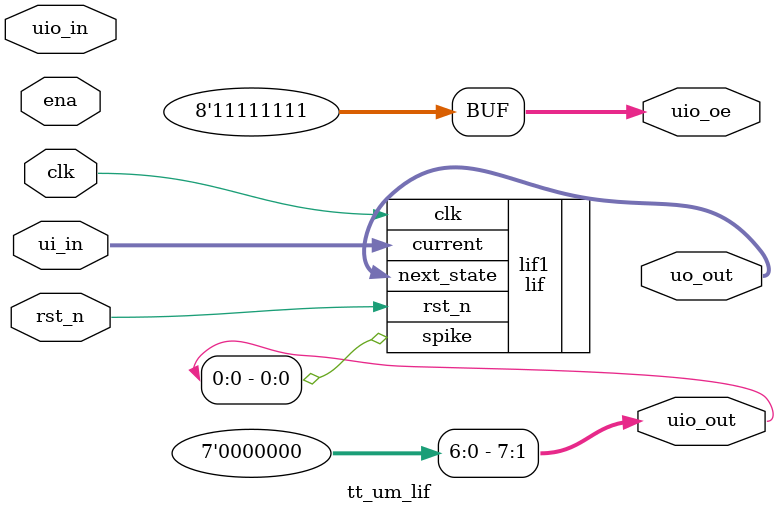
<source format=v>
`default_nettype none

module tt_um_lif (
    input  wire [7:0] ui_in,    // Dedicated inputs - connected to the input switches
    output wire [7:0] uo_out,   // Dedicated outputs - connected to the 7 segment display
    input  wire [7:0] uio_in,   // IOs: Bidirectional Input path
    output wire [7:0] uio_out,  // IOs: Bidirectional Output path
    output wire [7:0] uio_oe,   // IOs: Bidirectional Enable path (active high: 0=input, 1=output)
    input  wire       ena,      // will go high when the design is enabled
    input  wire       clk,      // clock
    input  wire       rst_n     // reset_n - low to reset
);
    // use bidirectionals as outputs
    assign uio_oe = 8'b11111111;
    assign uio_out [7:1] = 7'd0;

    // instantiate lif neuron
    lif lif1(
        .current(ui_in),
        .next_state(uo_out),
        .spike(uio_out[0]),
        .clk(clk),
        .rst_n(rst_n)
    );

endmodule

</source>
